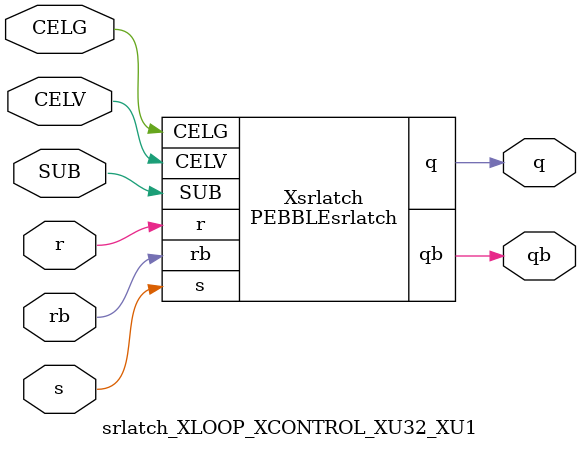
<source format=v>



module PEBBLEsrlatch ( q, qb, CELG, CELV, SUB, r, rb, s );

  input CELV;
  input s;
  output q;
  input rb;
  input r;
  input SUB;
  input CELG;
  output qb;
endmodule

//Celera Confidential Do Not Copy srlatch_XLOOP_XCONTROL_XU32_XU1
//Celera Confidential Symbol Generator
//SR Latch
module srlatch_XLOOP_XCONTROL_XU32_XU1 (CELV,CELG,s,r,rb,q,qb,SUB);
input CELV;
input CELG;
input s;
input r;
input rb;
input SUB;
output q;
output qb;

//Celera Confidential Do Not Copy srlatch
PEBBLEsrlatch Xsrlatch(
.CELV (CELV),
.r (r),
.s (s),
.q (q),
.qb (qb),
.rb (rb),
.SUB (SUB),
.CELG (CELG)
);
//,diesize,PEBBLEsrlatch

//Celera Confidential Do Not Copy Module End
//Celera Schematic Generator
endmodule

</source>
